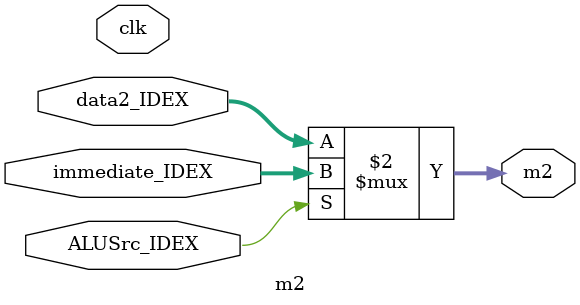
<source format=v>
`timescale 1ns / 1ps


module m2(
input clk,
input ALUSrc_IDEX,
input [31:0] data2_IDEX,
input [31:0] immediate_IDEX,
output reg [31:0] m2
);
always @(*)
begin
m2 = (ALUSrc_IDEX)? immediate_IDEX:data2_IDEX;
end
endmodule

</source>
